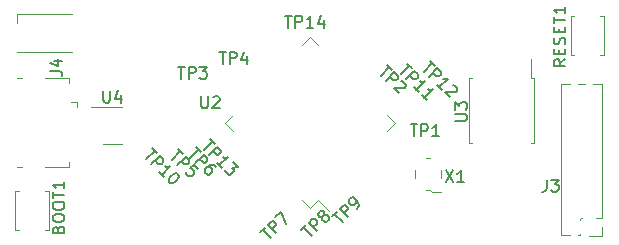
<source format=gbr>
%TF.GenerationSoftware,KiCad,Pcbnew,7.0.2*%
%TF.CreationDate,2023-05-12T00:45:21-04:00*%
%TF.ProjectId,H503-0.2,48353033-2d30-42e3-922e-6b696361645f,rev?*%
%TF.SameCoordinates,Original*%
%TF.FileFunction,Legend,Top*%
%TF.FilePolarity,Positive*%
%FSLAX46Y46*%
G04 Gerber Fmt 4.6, Leading zero omitted, Abs format (unit mm)*
G04 Created by KiCad (PCBNEW 7.0.2) date 2023-05-12 00:45:21*
%MOMM*%
%LPD*%
G01*
G04 APERTURE LIST*
%ADD10C,0.150000*%
%ADD11C,0.120000*%
G04 APERTURE END LIST*
D10*
%TO.C,X1*%
X102910476Y-59892619D02*
X103577142Y-60892619D01*
X103577142Y-59892619D02*
X102910476Y-60892619D01*
X104481904Y-60892619D02*
X103910476Y-60892619D01*
X104196190Y-60892619D02*
X104196190Y-59892619D01*
X104196190Y-59892619D02*
X104100952Y-60035476D01*
X104100952Y-60035476D02*
X104005714Y-60130714D01*
X104005714Y-60130714D02*
X103910476Y-60178333D01*
%TO.C,TP1*%
X99948095Y-56012619D02*
X100519523Y-56012619D01*
X100233809Y-57012619D02*
X100233809Y-56012619D01*
X100852857Y-57012619D02*
X100852857Y-56012619D01*
X100852857Y-56012619D02*
X101233809Y-56012619D01*
X101233809Y-56012619D02*
X101329047Y-56060238D01*
X101329047Y-56060238D02*
X101376666Y-56107857D01*
X101376666Y-56107857D02*
X101424285Y-56203095D01*
X101424285Y-56203095D02*
X101424285Y-56345952D01*
X101424285Y-56345952D02*
X101376666Y-56441190D01*
X101376666Y-56441190D02*
X101329047Y-56488809D01*
X101329047Y-56488809D02*
X101233809Y-56536428D01*
X101233809Y-56536428D02*
X100852857Y-56536428D01*
X102376666Y-57012619D02*
X101805238Y-57012619D01*
X102090952Y-57012619D02*
X102090952Y-56012619D01*
X102090952Y-56012619D02*
X101995714Y-56155476D01*
X101995714Y-56155476D02*
X101900476Y-56250714D01*
X101900476Y-56250714D02*
X101805238Y-56298333D01*
%TO.C,TP3*%
X80268095Y-51142619D02*
X80839523Y-51142619D01*
X80553809Y-52142619D02*
X80553809Y-51142619D01*
X81172857Y-52142619D02*
X81172857Y-51142619D01*
X81172857Y-51142619D02*
X81553809Y-51142619D01*
X81553809Y-51142619D02*
X81649047Y-51190238D01*
X81649047Y-51190238D02*
X81696666Y-51237857D01*
X81696666Y-51237857D02*
X81744285Y-51333095D01*
X81744285Y-51333095D02*
X81744285Y-51475952D01*
X81744285Y-51475952D02*
X81696666Y-51571190D01*
X81696666Y-51571190D02*
X81649047Y-51618809D01*
X81649047Y-51618809D02*
X81553809Y-51666428D01*
X81553809Y-51666428D02*
X81172857Y-51666428D01*
X82077619Y-51142619D02*
X82696666Y-51142619D01*
X82696666Y-51142619D02*
X82363333Y-51523571D01*
X82363333Y-51523571D02*
X82506190Y-51523571D01*
X82506190Y-51523571D02*
X82601428Y-51571190D01*
X82601428Y-51571190D02*
X82649047Y-51618809D01*
X82649047Y-51618809D02*
X82696666Y-51714047D01*
X82696666Y-51714047D02*
X82696666Y-51952142D01*
X82696666Y-51952142D02*
X82649047Y-52047380D01*
X82649047Y-52047380D02*
X82601428Y-52095000D01*
X82601428Y-52095000D02*
X82506190Y-52142619D01*
X82506190Y-52142619D02*
X82220476Y-52142619D01*
X82220476Y-52142619D02*
X82125238Y-52095000D01*
X82125238Y-52095000D02*
X82077619Y-52047380D01*
%TO.C,BOOT1*%
X70119009Y-64901533D02*
X70166628Y-64758676D01*
X70166628Y-64758676D02*
X70214247Y-64711057D01*
X70214247Y-64711057D02*
X70309485Y-64663438D01*
X70309485Y-64663438D02*
X70452342Y-64663438D01*
X70452342Y-64663438D02*
X70547580Y-64711057D01*
X70547580Y-64711057D02*
X70595200Y-64758676D01*
X70595200Y-64758676D02*
X70642819Y-64853914D01*
X70642819Y-64853914D02*
X70642819Y-65234866D01*
X70642819Y-65234866D02*
X69642819Y-65234866D01*
X69642819Y-65234866D02*
X69642819Y-64901533D01*
X69642819Y-64901533D02*
X69690438Y-64806295D01*
X69690438Y-64806295D02*
X69738057Y-64758676D01*
X69738057Y-64758676D02*
X69833295Y-64711057D01*
X69833295Y-64711057D02*
X69928533Y-64711057D01*
X69928533Y-64711057D02*
X70023771Y-64758676D01*
X70023771Y-64758676D02*
X70071390Y-64806295D01*
X70071390Y-64806295D02*
X70119009Y-64901533D01*
X70119009Y-64901533D02*
X70119009Y-65234866D01*
X69642819Y-64044390D02*
X69642819Y-63853914D01*
X69642819Y-63853914D02*
X69690438Y-63758676D01*
X69690438Y-63758676D02*
X69785676Y-63663438D01*
X69785676Y-63663438D02*
X69976152Y-63615819D01*
X69976152Y-63615819D02*
X70309485Y-63615819D01*
X70309485Y-63615819D02*
X70499961Y-63663438D01*
X70499961Y-63663438D02*
X70595200Y-63758676D01*
X70595200Y-63758676D02*
X70642819Y-63853914D01*
X70642819Y-63853914D02*
X70642819Y-64044390D01*
X70642819Y-64044390D02*
X70595200Y-64139628D01*
X70595200Y-64139628D02*
X70499961Y-64234866D01*
X70499961Y-64234866D02*
X70309485Y-64282485D01*
X70309485Y-64282485D02*
X69976152Y-64282485D01*
X69976152Y-64282485D02*
X69785676Y-64234866D01*
X69785676Y-64234866D02*
X69690438Y-64139628D01*
X69690438Y-64139628D02*
X69642819Y-64044390D01*
X69642819Y-62996771D02*
X69642819Y-62806295D01*
X69642819Y-62806295D02*
X69690438Y-62711057D01*
X69690438Y-62711057D02*
X69785676Y-62615819D01*
X69785676Y-62615819D02*
X69976152Y-62568200D01*
X69976152Y-62568200D02*
X70309485Y-62568200D01*
X70309485Y-62568200D02*
X70499961Y-62615819D01*
X70499961Y-62615819D02*
X70595200Y-62711057D01*
X70595200Y-62711057D02*
X70642819Y-62806295D01*
X70642819Y-62806295D02*
X70642819Y-62996771D01*
X70642819Y-62996771D02*
X70595200Y-63092009D01*
X70595200Y-63092009D02*
X70499961Y-63187247D01*
X70499961Y-63187247D02*
X70309485Y-63234866D01*
X70309485Y-63234866D02*
X69976152Y-63234866D01*
X69976152Y-63234866D02*
X69785676Y-63187247D01*
X69785676Y-63187247D02*
X69690438Y-63092009D01*
X69690438Y-63092009D02*
X69642819Y-62996771D01*
X69642819Y-62282485D02*
X69642819Y-61711057D01*
X70642819Y-61996771D02*
X69642819Y-61996771D01*
X70642819Y-60853914D02*
X70642819Y-61425342D01*
X70642819Y-61139628D02*
X69642819Y-61139628D01*
X69642819Y-61139628D02*
X69785676Y-61234866D01*
X69785676Y-61234866D02*
X69880914Y-61330104D01*
X69880914Y-61330104D02*
X69928533Y-61425342D01*
%TO.C,J3*%
X111477466Y-60702019D02*
X111477466Y-61416304D01*
X111477466Y-61416304D02*
X111429847Y-61559161D01*
X111429847Y-61559161D02*
X111334609Y-61654400D01*
X111334609Y-61654400D02*
X111191752Y-61702019D01*
X111191752Y-61702019D02*
X111096514Y-61702019D01*
X111858419Y-60702019D02*
X112477466Y-60702019D01*
X112477466Y-60702019D02*
X112144133Y-61082971D01*
X112144133Y-61082971D02*
X112286990Y-61082971D01*
X112286990Y-61082971D02*
X112382228Y-61130590D01*
X112382228Y-61130590D02*
X112429847Y-61178209D01*
X112429847Y-61178209D02*
X112477466Y-61273447D01*
X112477466Y-61273447D02*
X112477466Y-61511542D01*
X112477466Y-61511542D02*
X112429847Y-61606780D01*
X112429847Y-61606780D02*
X112382228Y-61654400D01*
X112382228Y-61654400D02*
X112286990Y-61702019D01*
X112286990Y-61702019D02*
X112001276Y-61702019D01*
X112001276Y-61702019D02*
X111906038Y-61654400D01*
X111906038Y-61654400D02*
X111858419Y-61606780D01*
%TO.C,TP7*%
X87227712Y-65152315D02*
X87631773Y-64748254D01*
X88136850Y-65657392D02*
X87429743Y-64950285D01*
X88574582Y-65219659D02*
X87867476Y-64512552D01*
X87867476Y-64512552D02*
X88136850Y-64243178D01*
X88136850Y-64243178D02*
X88237865Y-64209506D01*
X88237865Y-64209506D02*
X88305208Y-64209506D01*
X88305208Y-64209506D02*
X88406224Y-64243178D01*
X88406224Y-64243178D02*
X88507239Y-64344193D01*
X88507239Y-64344193D02*
X88540911Y-64445208D01*
X88540911Y-64445208D02*
X88540911Y-64512552D01*
X88540911Y-64512552D02*
X88507239Y-64613567D01*
X88507239Y-64613567D02*
X88237865Y-64882941D01*
X88507239Y-63872789D02*
X88978644Y-63401384D01*
X88978644Y-63401384D02*
X89382705Y-64411537D01*
%TO.C,TP14*%
X89301705Y-46824219D02*
X89873133Y-46824219D01*
X89587419Y-47824219D02*
X89587419Y-46824219D01*
X90206467Y-47824219D02*
X90206467Y-46824219D01*
X90206467Y-46824219D02*
X90587419Y-46824219D01*
X90587419Y-46824219D02*
X90682657Y-46871838D01*
X90682657Y-46871838D02*
X90730276Y-46919457D01*
X90730276Y-46919457D02*
X90777895Y-47014695D01*
X90777895Y-47014695D02*
X90777895Y-47157552D01*
X90777895Y-47157552D02*
X90730276Y-47252790D01*
X90730276Y-47252790D02*
X90682657Y-47300409D01*
X90682657Y-47300409D02*
X90587419Y-47348028D01*
X90587419Y-47348028D02*
X90206467Y-47348028D01*
X91730276Y-47824219D02*
X91158848Y-47824219D01*
X91444562Y-47824219D02*
X91444562Y-46824219D01*
X91444562Y-46824219D02*
X91349324Y-46967076D01*
X91349324Y-46967076D02*
X91254086Y-47062314D01*
X91254086Y-47062314D02*
X91158848Y-47109933D01*
X92587419Y-47157552D02*
X92587419Y-47824219D01*
X92349324Y-46776600D02*
X92111229Y-47490885D01*
X92111229Y-47490885D02*
X92730276Y-47490885D01*
%TO.C,U4*%
X73938095Y-53162619D02*
X73938095Y-53972142D01*
X73938095Y-53972142D02*
X73985714Y-54067380D01*
X73985714Y-54067380D02*
X74033333Y-54115000D01*
X74033333Y-54115000D02*
X74128571Y-54162619D01*
X74128571Y-54162619D02*
X74319047Y-54162619D01*
X74319047Y-54162619D02*
X74414285Y-54115000D01*
X74414285Y-54115000D02*
X74461904Y-54067380D01*
X74461904Y-54067380D02*
X74509523Y-53972142D01*
X74509523Y-53972142D02*
X74509523Y-53162619D01*
X75414285Y-53495952D02*
X75414285Y-54162619D01*
X75176190Y-53115000D02*
X74938095Y-53829285D01*
X74938095Y-53829285D02*
X75557142Y-53829285D01*
%TO.C,TP9*%
X93302712Y-63812315D02*
X93706773Y-63408254D01*
X94211850Y-64317392D02*
X93504743Y-63610285D01*
X94649582Y-63879659D02*
X93942476Y-63172552D01*
X93942476Y-63172552D02*
X94211850Y-62903178D01*
X94211850Y-62903178D02*
X94312865Y-62869506D01*
X94312865Y-62869506D02*
X94380208Y-62869506D01*
X94380208Y-62869506D02*
X94481224Y-62903178D01*
X94481224Y-62903178D02*
X94582239Y-63004193D01*
X94582239Y-63004193D02*
X94615911Y-63105208D01*
X94615911Y-63105208D02*
X94615911Y-63172552D01*
X94615911Y-63172552D02*
X94582239Y-63273567D01*
X94582239Y-63273567D02*
X94312865Y-63542941D01*
X95390361Y-63138880D02*
X95525048Y-63004193D01*
X95525048Y-63004193D02*
X95558720Y-62903178D01*
X95558720Y-62903178D02*
X95558720Y-62835834D01*
X95558720Y-62835834D02*
X95525048Y-62667476D01*
X95525048Y-62667476D02*
X95424033Y-62499117D01*
X95424033Y-62499117D02*
X95154659Y-62229743D01*
X95154659Y-62229743D02*
X95053644Y-62196071D01*
X95053644Y-62196071D02*
X94986300Y-62196071D01*
X94986300Y-62196071D02*
X94885285Y-62229743D01*
X94885285Y-62229743D02*
X94750598Y-62364430D01*
X94750598Y-62364430D02*
X94716926Y-62465445D01*
X94716926Y-62465445D02*
X94716926Y-62532789D01*
X94716926Y-62532789D02*
X94750598Y-62633804D01*
X94750598Y-62633804D02*
X94918957Y-62802163D01*
X94918957Y-62802163D02*
X95019972Y-62835834D01*
X95019972Y-62835834D02*
X95087315Y-62835834D01*
X95087315Y-62835834D02*
X95188331Y-62802163D01*
X95188331Y-62802163D02*
X95323018Y-62667476D01*
X95323018Y-62667476D02*
X95356689Y-62566460D01*
X95356689Y-62566460D02*
X95356689Y-62499117D01*
X95356689Y-62499117D02*
X95323018Y-62398102D01*
%TO.C,J4*%
X69465019Y-51514333D02*
X70179304Y-51514333D01*
X70179304Y-51514333D02*
X70322161Y-51561952D01*
X70322161Y-51561952D02*
X70417400Y-51657190D01*
X70417400Y-51657190D02*
X70465019Y-51800047D01*
X70465019Y-51800047D02*
X70465019Y-51895285D01*
X69798352Y-50609571D02*
X70465019Y-50609571D01*
X69417400Y-50847666D02*
X70131685Y-51085761D01*
X70131685Y-51085761D02*
X70131685Y-50466714D01*
%TO.C,TP6*%
X81807684Y-57937712D02*
X82211745Y-58341773D01*
X81302607Y-58846850D02*
X82009714Y-58139743D01*
X81740340Y-59284582D02*
X82447447Y-58577476D01*
X82447447Y-58577476D02*
X82716821Y-58846850D01*
X82716821Y-58846850D02*
X82750493Y-58947865D01*
X82750493Y-58947865D02*
X82750493Y-59015208D01*
X82750493Y-59015208D02*
X82716821Y-59116224D01*
X82716821Y-59116224D02*
X82615806Y-59217239D01*
X82615806Y-59217239D02*
X82514791Y-59250911D01*
X82514791Y-59250911D02*
X82447447Y-59250911D01*
X82447447Y-59250911D02*
X82346432Y-59217239D01*
X82346432Y-59217239D02*
X82077058Y-58947865D01*
X83457600Y-59587628D02*
X83322913Y-59452941D01*
X83322913Y-59452941D02*
X83221897Y-59419270D01*
X83221897Y-59419270D02*
X83154554Y-59419270D01*
X83154554Y-59419270D02*
X82986195Y-59452941D01*
X82986195Y-59452941D02*
X82817836Y-59553957D01*
X82817836Y-59553957D02*
X82548462Y-59823331D01*
X82548462Y-59823331D02*
X82514791Y-59924346D01*
X82514791Y-59924346D02*
X82514791Y-59991689D01*
X82514791Y-59991689D02*
X82548462Y-60092705D01*
X82548462Y-60092705D02*
X82683149Y-60227392D01*
X82683149Y-60227392D02*
X82784165Y-60261063D01*
X82784165Y-60261063D02*
X82851508Y-60261063D01*
X82851508Y-60261063D02*
X82952523Y-60227392D01*
X82952523Y-60227392D02*
X83120882Y-60059033D01*
X83120882Y-60059033D02*
X83154554Y-59958018D01*
X83154554Y-59958018D02*
X83154554Y-59890674D01*
X83154554Y-59890674D02*
X83120882Y-59789659D01*
X83120882Y-59789659D02*
X82986195Y-59654972D01*
X82986195Y-59654972D02*
X82885180Y-59621300D01*
X82885180Y-59621300D02*
X82817836Y-59621300D01*
X82817836Y-59621300D02*
X82716821Y-59654972D01*
%TO.C,RESET1*%
X113060819Y-50518771D02*
X112584628Y-50852104D01*
X113060819Y-51090199D02*
X112060819Y-51090199D01*
X112060819Y-51090199D02*
X112060819Y-50709247D01*
X112060819Y-50709247D02*
X112108438Y-50614009D01*
X112108438Y-50614009D02*
X112156057Y-50566390D01*
X112156057Y-50566390D02*
X112251295Y-50518771D01*
X112251295Y-50518771D02*
X112394152Y-50518771D01*
X112394152Y-50518771D02*
X112489390Y-50566390D01*
X112489390Y-50566390D02*
X112537009Y-50614009D01*
X112537009Y-50614009D02*
X112584628Y-50709247D01*
X112584628Y-50709247D02*
X112584628Y-51090199D01*
X112537009Y-50090199D02*
X112537009Y-49756866D01*
X113060819Y-49614009D02*
X113060819Y-50090199D01*
X113060819Y-50090199D02*
X112060819Y-50090199D01*
X112060819Y-50090199D02*
X112060819Y-49614009D01*
X113013200Y-49233056D02*
X113060819Y-49090199D01*
X113060819Y-49090199D02*
X113060819Y-48852104D01*
X113060819Y-48852104D02*
X113013200Y-48756866D01*
X113013200Y-48756866D02*
X112965580Y-48709247D01*
X112965580Y-48709247D02*
X112870342Y-48661628D01*
X112870342Y-48661628D02*
X112775104Y-48661628D01*
X112775104Y-48661628D02*
X112679866Y-48709247D01*
X112679866Y-48709247D02*
X112632247Y-48756866D01*
X112632247Y-48756866D02*
X112584628Y-48852104D01*
X112584628Y-48852104D02*
X112537009Y-49042580D01*
X112537009Y-49042580D02*
X112489390Y-49137818D01*
X112489390Y-49137818D02*
X112441771Y-49185437D01*
X112441771Y-49185437D02*
X112346533Y-49233056D01*
X112346533Y-49233056D02*
X112251295Y-49233056D01*
X112251295Y-49233056D02*
X112156057Y-49185437D01*
X112156057Y-49185437D02*
X112108438Y-49137818D01*
X112108438Y-49137818D02*
X112060819Y-49042580D01*
X112060819Y-49042580D02*
X112060819Y-48804485D01*
X112060819Y-48804485D02*
X112108438Y-48661628D01*
X112537009Y-48233056D02*
X112537009Y-47899723D01*
X113060819Y-47756866D02*
X113060819Y-48233056D01*
X113060819Y-48233056D02*
X112060819Y-48233056D01*
X112060819Y-48233056D02*
X112060819Y-47756866D01*
X112060819Y-47471151D02*
X112060819Y-46899723D01*
X113060819Y-47185437D02*
X112060819Y-47185437D01*
X113060819Y-46042580D02*
X113060819Y-46614008D01*
X113060819Y-46328294D02*
X112060819Y-46328294D01*
X112060819Y-46328294D02*
X112203676Y-46423532D01*
X112203676Y-46423532D02*
X112298914Y-46518770D01*
X112298914Y-46518770D02*
X112346533Y-46614008D01*
%TO.C,TP11*%
X99633367Y-50867395D02*
X100037428Y-51271456D01*
X99128290Y-51776532D02*
X99835397Y-51069426D01*
X99566023Y-52214265D02*
X100273130Y-51507159D01*
X100273130Y-51507159D02*
X100542504Y-51776533D01*
X100542504Y-51776533D02*
X100576176Y-51877548D01*
X100576176Y-51877548D02*
X100576176Y-51944891D01*
X100576176Y-51944891D02*
X100542504Y-52045907D01*
X100542504Y-52045907D02*
X100441489Y-52146922D01*
X100441489Y-52146922D02*
X100340473Y-52180594D01*
X100340473Y-52180594D02*
X100273130Y-52180594D01*
X100273130Y-52180594D02*
X100172115Y-52146922D01*
X100172115Y-52146922D02*
X99902741Y-51877548D01*
X100643519Y-53291761D02*
X100239458Y-52887700D01*
X100441489Y-53089731D02*
X101148596Y-52382624D01*
X101148596Y-52382624D02*
X100980237Y-52416296D01*
X100980237Y-52416296D02*
X100845550Y-52416296D01*
X100845550Y-52416296D02*
X100744534Y-52382624D01*
X101316954Y-53965196D02*
X100912893Y-53561135D01*
X101114924Y-53763166D02*
X101822031Y-53056059D01*
X101822031Y-53056059D02*
X101653672Y-53089731D01*
X101653672Y-53089731D02*
X101518985Y-53089731D01*
X101518985Y-53089731D02*
X101417970Y-53056059D01*
%TO.C,U2*%
X82219895Y-53640819D02*
X82219895Y-54450342D01*
X82219895Y-54450342D02*
X82267514Y-54545580D01*
X82267514Y-54545580D02*
X82315133Y-54593200D01*
X82315133Y-54593200D02*
X82410371Y-54640819D01*
X82410371Y-54640819D02*
X82600847Y-54640819D01*
X82600847Y-54640819D02*
X82696085Y-54593200D01*
X82696085Y-54593200D02*
X82743704Y-54545580D01*
X82743704Y-54545580D02*
X82791323Y-54450342D01*
X82791323Y-54450342D02*
X82791323Y-53640819D01*
X83219895Y-53736057D02*
X83267514Y-53688438D01*
X83267514Y-53688438D02*
X83362752Y-53640819D01*
X83362752Y-53640819D02*
X83600847Y-53640819D01*
X83600847Y-53640819D02*
X83696085Y-53688438D01*
X83696085Y-53688438D02*
X83743704Y-53736057D01*
X83743704Y-53736057D02*
X83791323Y-53831295D01*
X83791323Y-53831295D02*
X83791323Y-53926533D01*
X83791323Y-53926533D02*
X83743704Y-54069390D01*
X83743704Y-54069390D02*
X83172276Y-54640819D01*
X83172276Y-54640819D02*
X83791323Y-54640819D01*
%TO.C,TP5*%
X80267684Y-58097712D02*
X80671745Y-58501773D01*
X79762607Y-59006850D02*
X80469714Y-58299743D01*
X80200340Y-59444582D02*
X80907447Y-58737476D01*
X80907447Y-58737476D02*
X81176821Y-59006850D01*
X81176821Y-59006850D02*
X81210493Y-59107865D01*
X81210493Y-59107865D02*
X81210493Y-59175208D01*
X81210493Y-59175208D02*
X81176821Y-59276224D01*
X81176821Y-59276224D02*
X81075806Y-59377239D01*
X81075806Y-59377239D02*
X80974791Y-59410911D01*
X80974791Y-59410911D02*
X80907447Y-59410911D01*
X80907447Y-59410911D02*
X80806432Y-59377239D01*
X80806432Y-59377239D02*
X80537058Y-59107865D01*
X81951271Y-59781300D02*
X81614554Y-59444582D01*
X81614554Y-59444582D02*
X81244165Y-59747628D01*
X81244165Y-59747628D02*
X81311508Y-59747628D01*
X81311508Y-59747628D02*
X81412523Y-59781300D01*
X81412523Y-59781300D02*
X81580882Y-59949659D01*
X81580882Y-59949659D02*
X81614554Y-60050674D01*
X81614554Y-60050674D02*
X81614554Y-60118018D01*
X81614554Y-60118018D02*
X81580882Y-60219033D01*
X81580882Y-60219033D02*
X81412523Y-60387392D01*
X81412523Y-60387392D02*
X81311508Y-60421063D01*
X81311508Y-60421063D02*
X81244165Y-60421063D01*
X81244165Y-60421063D02*
X81143149Y-60387392D01*
X81143149Y-60387392D02*
X80974791Y-60219033D01*
X80974791Y-60219033D02*
X80941119Y-60118018D01*
X80941119Y-60118018D02*
X80941119Y-60050674D01*
%TO.C,TP8*%
X90717712Y-64962315D02*
X91121773Y-64558254D01*
X91626850Y-65467392D02*
X90919743Y-64760285D01*
X92064582Y-65029659D02*
X91357476Y-64322552D01*
X91357476Y-64322552D02*
X91626850Y-64053178D01*
X91626850Y-64053178D02*
X91727865Y-64019506D01*
X91727865Y-64019506D02*
X91795208Y-64019506D01*
X91795208Y-64019506D02*
X91896224Y-64053178D01*
X91896224Y-64053178D02*
X91997239Y-64154193D01*
X91997239Y-64154193D02*
X92030911Y-64255208D01*
X92030911Y-64255208D02*
X92030911Y-64322552D01*
X92030911Y-64322552D02*
X91997239Y-64423567D01*
X91997239Y-64423567D02*
X91727865Y-64692941D01*
X92468644Y-63817476D02*
X92367628Y-63851147D01*
X92367628Y-63851147D02*
X92300285Y-63851147D01*
X92300285Y-63851147D02*
X92199270Y-63817476D01*
X92199270Y-63817476D02*
X92165598Y-63783804D01*
X92165598Y-63783804D02*
X92131926Y-63682789D01*
X92131926Y-63682789D02*
X92131926Y-63615445D01*
X92131926Y-63615445D02*
X92165598Y-63514430D01*
X92165598Y-63514430D02*
X92300285Y-63379743D01*
X92300285Y-63379743D02*
X92401300Y-63346071D01*
X92401300Y-63346071D02*
X92468644Y-63346071D01*
X92468644Y-63346071D02*
X92569659Y-63379743D01*
X92569659Y-63379743D02*
X92603331Y-63413415D01*
X92603331Y-63413415D02*
X92637002Y-63514430D01*
X92637002Y-63514430D02*
X92637002Y-63581773D01*
X92637002Y-63581773D02*
X92603331Y-63682789D01*
X92603331Y-63682789D02*
X92468644Y-63817476D01*
X92468644Y-63817476D02*
X92434972Y-63918491D01*
X92434972Y-63918491D02*
X92434972Y-63985834D01*
X92434972Y-63985834D02*
X92468644Y-64086850D01*
X92468644Y-64086850D02*
X92603331Y-64221537D01*
X92603331Y-64221537D02*
X92704346Y-64255208D01*
X92704346Y-64255208D02*
X92771689Y-64255208D01*
X92771689Y-64255208D02*
X92872705Y-64221537D01*
X92872705Y-64221537D02*
X93007392Y-64086850D01*
X93007392Y-64086850D02*
X93041063Y-63985834D01*
X93041063Y-63985834D02*
X93041063Y-63918491D01*
X93041063Y-63918491D02*
X93007392Y-63817476D01*
X93007392Y-63817476D02*
X92872705Y-63682789D01*
X92872705Y-63682789D02*
X92771689Y-63649117D01*
X92771689Y-63649117D02*
X92704346Y-63649117D01*
X92704346Y-63649117D02*
X92603331Y-63682789D01*
%TO.C,U3*%
X103712619Y-55711904D02*
X104522142Y-55711904D01*
X104522142Y-55711904D02*
X104617380Y-55664285D01*
X104617380Y-55664285D02*
X104665000Y-55616666D01*
X104665000Y-55616666D02*
X104712619Y-55521428D01*
X104712619Y-55521428D02*
X104712619Y-55330952D01*
X104712619Y-55330952D02*
X104665000Y-55235714D01*
X104665000Y-55235714D02*
X104617380Y-55188095D01*
X104617380Y-55188095D02*
X104522142Y-55140476D01*
X104522142Y-55140476D02*
X103712619Y-55140476D01*
X103712619Y-54759523D02*
X103712619Y-54140476D01*
X103712619Y-54140476D02*
X104093571Y-54473809D01*
X104093571Y-54473809D02*
X104093571Y-54330952D01*
X104093571Y-54330952D02*
X104141190Y-54235714D01*
X104141190Y-54235714D02*
X104188809Y-54188095D01*
X104188809Y-54188095D02*
X104284047Y-54140476D01*
X104284047Y-54140476D02*
X104522142Y-54140476D01*
X104522142Y-54140476D02*
X104617380Y-54188095D01*
X104617380Y-54188095D02*
X104665000Y-54235714D01*
X104665000Y-54235714D02*
X104712619Y-54330952D01*
X104712619Y-54330952D02*
X104712619Y-54616666D01*
X104712619Y-54616666D02*
X104665000Y-54711904D01*
X104665000Y-54711904D02*
X104617380Y-54759523D01*
%TO.C,TP12*%
X101589167Y-50638795D02*
X101993228Y-51042856D01*
X101084090Y-51547932D02*
X101791197Y-50840826D01*
X101521823Y-51985665D02*
X102228930Y-51278559D01*
X102228930Y-51278559D02*
X102498304Y-51547933D01*
X102498304Y-51547933D02*
X102531976Y-51648948D01*
X102531976Y-51648948D02*
X102531976Y-51716291D01*
X102531976Y-51716291D02*
X102498304Y-51817307D01*
X102498304Y-51817307D02*
X102397289Y-51918322D01*
X102397289Y-51918322D02*
X102296273Y-51951994D01*
X102296273Y-51951994D02*
X102228930Y-51951994D01*
X102228930Y-51951994D02*
X102127915Y-51918322D01*
X102127915Y-51918322D02*
X101858541Y-51648948D01*
X102599319Y-53063161D02*
X102195258Y-52659100D01*
X102397289Y-52861131D02*
X103104396Y-52154024D01*
X103104396Y-52154024D02*
X102936037Y-52187696D01*
X102936037Y-52187696D02*
X102801350Y-52187696D01*
X102801350Y-52187696D02*
X102700334Y-52154024D01*
X103508457Y-52692772D02*
X103575800Y-52692772D01*
X103575800Y-52692772D02*
X103676815Y-52726444D01*
X103676815Y-52726444D02*
X103845174Y-52894803D01*
X103845174Y-52894803D02*
X103878846Y-52995818D01*
X103878846Y-52995818D02*
X103878846Y-53063161D01*
X103878846Y-53063161D02*
X103845174Y-53164177D01*
X103845174Y-53164177D02*
X103777831Y-53231520D01*
X103777831Y-53231520D02*
X103643144Y-53298864D01*
X103643144Y-53298864D02*
X102835022Y-53298864D01*
X102835022Y-53298864D02*
X103272754Y-53736596D01*
%TO.C,TP4*%
X83748095Y-49902619D02*
X84319523Y-49902619D01*
X84033809Y-50902619D02*
X84033809Y-49902619D01*
X84652857Y-50902619D02*
X84652857Y-49902619D01*
X84652857Y-49902619D02*
X85033809Y-49902619D01*
X85033809Y-49902619D02*
X85129047Y-49950238D01*
X85129047Y-49950238D02*
X85176666Y-49997857D01*
X85176666Y-49997857D02*
X85224285Y-50093095D01*
X85224285Y-50093095D02*
X85224285Y-50235952D01*
X85224285Y-50235952D02*
X85176666Y-50331190D01*
X85176666Y-50331190D02*
X85129047Y-50378809D01*
X85129047Y-50378809D02*
X85033809Y-50426428D01*
X85033809Y-50426428D02*
X84652857Y-50426428D01*
X86081428Y-50235952D02*
X86081428Y-50902619D01*
X85843333Y-49855000D02*
X85605238Y-50569285D01*
X85605238Y-50569285D02*
X86224285Y-50569285D01*
%TO.C,TP13*%
X82950967Y-57270995D02*
X83355028Y-57675056D01*
X82445890Y-58180132D02*
X83152997Y-57473026D01*
X82883623Y-58617865D02*
X83590730Y-57910759D01*
X83590730Y-57910759D02*
X83860104Y-58180133D01*
X83860104Y-58180133D02*
X83893776Y-58281148D01*
X83893776Y-58281148D02*
X83893776Y-58348491D01*
X83893776Y-58348491D02*
X83860104Y-58449507D01*
X83860104Y-58449507D02*
X83759089Y-58550522D01*
X83759089Y-58550522D02*
X83658073Y-58584194D01*
X83658073Y-58584194D02*
X83590730Y-58584194D01*
X83590730Y-58584194D02*
X83489715Y-58550522D01*
X83489715Y-58550522D02*
X83220341Y-58281148D01*
X83961119Y-59695361D02*
X83557058Y-59291300D01*
X83759089Y-59493331D02*
X84466196Y-58786224D01*
X84466196Y-58786224D02*
X84297837Y-58819896D01*
X84297837Y-58819896D02*
X84163150Y-58819896D01*
X84163150Y-58819896D02*
X84062134Y-58786224D01*
X84903928Y-59223957D02*
X85341661Y-59661690D01*
X85341661Y-59661690D02*
X84836585Y-59695361D01*
X84836585Y-59695361D02*
X84937600Y-59796377D01*
X84937600Y-59796377D02*
X84971272Y-59897392D01*
X84971272Y-59897392D02*
X84971272Y-59964735D01*
X84971272Y-59964735D02*
X84937600Y-60065751D01*
X84937600Y-60065751D02*
X84769241Y-60234109D01*
X84769241Y-60234109D02*
X84668226Y-60267781D01*
X84668226Y-60267781D02*
X84600883Y-60267781D01*
X84600883Y-60267781D02*
X84499867Y-60234109D01*
X84499867Y-60234109D02*
X84297837Y-60032079D01*
X84297837Y-60032079D02*
X84264165Y-59931064D01*
X84264165Y-59931064D02*
X84264165Y-59863720D01*
%TO.C,TP2*%
X97938084Y-50975512D02*
X98342145Y-51379573D01*
X97433007Y-51884650D02*
X98140114Y-51177543D01*
X97870740Y-52322382D02*
X98577847Y-51615276D01*
X98577847Y-51615276D02*
X98847221Y-51884650D01*
X98847221Y-51884650D02*
X98880893Y-51985665D01*
X98880893Y-51985665D02*
X98880893Y-52053008D01*
X98880893Y-52053008D02*
X98847221Y-52154024D01*
X98847221Y-52154024D02*
X98746206Y-52255039D01*
X98746206Y-52255039D02*
X98645191Y-52288711D01*
X98645191Y-52288711D02*
X98577847Y-52288711D01*
X98577847Y-52288711D02*
X98476832Y-52255039D01*
X98476832Y-52255039D02*
X98207458Y-51985665D01*
X99183939Y-52356054D02*
X99251282Y-52356054D01*
X99251282Y-52356054D02*
X99352297Y-52389726D01*
X99352297Y-52389726D02*
X99520656Y-52558085D01*
X99520656Y-52558085D02*
X99554328Y-52659100D01*
X99554328Y-52659100D02*
X99554328Y-52726444D01*
X99554328Y-52726444D02*
X99520656Y-52827459D01*
X99520656Y-52827459D02*
X99453313Y-52894802D01*
X99453313Y-52894802D02*
X99318626Y-52962146D01*
X99318626Y-52962146D02*
X98510504Y-52962146D01*
X98510504Y-52962146D02*
X98948236Y-53399879D01*
%TO.C,TP10*%
X78070967Y-58050995D02*
X78475028Y-58455056D01*
X77565890Y-58960132D02*
X78272997Y-58253026D01*
X78003623Y-59397865D02*
X78710730Y-58690759D01*
X78710730Y-58690759D02*
X78980104Y-58960133D01*
X78980104Y-58960133D02*
X79013776Y-59061148D01*
X79013776Y-59061148D02*
X79013776Y-59128491D01*
X79013776Y-59128491D02*
X78980104Y-59229507D01*
X78980104Y-59229507D02*
X78879089Y-59330522D01*
X78879089Y-59330522D02*
X78778073Y-59364194D01*
X78778073Y-59364194D02*
X78710730Y-59364194D01*
X78710730Y-59364194D02*
X78609715Y-59330522D01*
X78609715Y-59330522D02*
X78340341Y-59061148D01*
X79081119Y-60475361D02*
X78677058Y-60071300D01*
X78879089Y-60273331D02*
X79586196Y-59566224D01*
X79586196Y-59566224D02*
X79417837Y-59599896D01*
X79417837Y-59599896D02*
X79283150Y-59599896D01*
X79283150Y-59599896D02*
X79182134Y-59566224D01*
X80225959Y-60205987D02*
X80293302Y-60273331D01*
X80293302Y-60273331D02*
X80326974Y-60374346D01*
X80326974Y-60374346D02*
X80326974Y-60441690D01*
X80326974Y-60441690D02*
X80293302Y-60542705D01*
X80293302Y-60542705D02*
X80192287Y-60711064D01*
X80192287Y-60711064D02*
X80023928Y-60879422D01*
X80023928Y-60879422D02*
X79855570Y-60980438D01*
X79855570Y-60980438D02*
X79754554Y-61014109D01*
X79754554Y-61014109D02*
X79687211Y-61014109D01*
X79687211Y-61014109D02*
X79586196Y-60980438D01*
X79586196Y-60980438D02*
X79518852Y-60913094D01*
X79518852Y-60913094D02*
X79485180Y-60812079D01*
X79485180Y-60812079D02*
X79485180Y-60744735D01*
X79485180Y-60744735D02*
X79518852Y-60643720D01*
X79518852Y-60643720D02*
X79619867Y-60475361D01*
X79619867Y-60475361D02*
X79788226Y-60307003D01*
X79788226Y-60307003D02*
X79956585Y-60205987D01*
X79956585Y-60205987D02*
X80057600Y-60172316D01*
X80057600Y-60172316D02*
X80124944Y-60172316D01*
X80124944Y-60172316D02*
X80225959Y-60205987D01*
D11*
%TO.C,X1*%
X102530000Y-59880000D02*
X102530000Y-60520000D01*
X101800000Y-61760000D02*
X102490000Y-61760000D01*
X101590000Y-58840000D02*
X101250000Y-58840000D01*
X101580000Y-61560000D02*
X101250000Y-61560000D01*
X100310000Y-59880000D02*
X100310000Y-60520000D01*
X101580000Y-61560000D02*
G75*
G03*
X101800000Y-61759999I310001J120002D01*
G01*
%TO.C,BOOT1*%
X66500000Y-64950000D02*
X66500000Y-61650000D01*
X66800000Y-64950000D02*
X66500000Y-64950000D01*
X69000000Y-64950000D02*
X69300000Y-64950000D01*
X69300000Y-64950000D02*
X69300000Y-61650000D01*
X66500000Y-61650000D02*
X66800000Y-61650000D01*
X69300000Y-61650000D02*
X69000000Y-61650000D01*
%TO.C,J3*%
X116192000Y-65453800D02*
X115062000Y-65453800D01*
X116192000Y-64693800D02*
X116192000Y-65453800D01*
X116192000Y-63933800D02*
X116192000Y-52568800D01*
X116192000Y-63933800D02*
X115625471Y-63933800D01*
X116192000Y-52568800D02*
X115369530Y-52568800D01*
X114754470Y-52568800D02*
X114099530Y-52568800D01*
X114498529Y-63933800D02*
X114355471Y-63933800D01*
X114302000Y-65388800D02*
X114099530Y-65388800D01*
X114302000Y-65257271D02*
X114302000Y-65388800D01*
X114302000Y-63987271D02*
X114302000Y-64130329D01*
X113484470Y-65388800D02*
X112662000Y-65388800D01*
X113484470Y-52568800D02*
X112662000Y-52568800D01*
X112662000Y-65388800D02*
X112662000Y-52568800D01*
%TO.C,U4*%
X74700000Y-54540000D02*
X72900000Y-54540000D01*
X74700000Y-54540000D02*
X75500000Y-54540000D01*
X74700000Y-57660000D02*
X73900000Y-57660000D01*
X74700000Y-57660000D02*
X75500000Y-57660000D01*
%TO.C,J4*%
X67052000Y-59600000D02*
X66652000Y-59600000D01*
X69022000Y-59600000D02*
X71002000Y-59600000D01*
X71002000Y-59600000D02*
X71002000Y-59180000D01*
X71682000Y-54530000D02*
X71682000Y-54080000D01*
X71232000Y-54080000D02*
X71682000Y-54080000D01*
X66652000Y-52080000D02*
X67052000Y-52080000D01*
X69022000Y-52080000D02*
X71002000Y-52080000D01*
X71002000Y-52080000D02*
X71002000Y-52500000D01*
%TO.C,RESET1*%
X116309600Y-46813200D02*
X116309600Y-50113200D01*
X116009600Y-46813200D02*
X116309600Y-46813200D01*
X113809600Y-46813200D02*
X113509600Y-46813200D01*
X113509600Y-46813200D02*
X113509600Y-50113200D01*
X116309600Y-50113200D02*
X116009600Y-50113200D01*
X113509600Y-50113200D02*
X113809600Y-50113200D01*
%TO.C,U2*%
X91440000Y-48653369D02*
X90768249Y-49325120D01*
X84213369Y-55880000D02*
X84885120Y-55208249D01*
X92111751Y-49325120D02*
X91440000Y-48653369D01*
X84885120Y-56551751D02*
X84213369Y-55880000D01*
X97994880Y-55208249D02*
X98666631Y-55880000D01*
X90768249Y-62434880D02*
X91440000Y-63106631D01*
X98666631Y-55880000D02*
X97994880Y-56551751D01*
X92111751Y-62434880D02*
X93059275Y-63382403D01*
X91440000Y-63106631D02*
X92111751Y-62434880D01*
%TO.C,U3*%
X110370000Y-52125000D02*
X110110000Y-52125000D01*
X110110000Y-52125000D02*
X110110000Y-50450000D01*
X104920000Y-52125000D02*
X105180000Y-52125000D01*
X110370000Y-54850000D02*
X110370000Y-52125000D01*
X110370000Y-54850000D02*
X110370000Y-57575000D01*
X104920000Y-54850000D02*
X104920000Y-52125000D01*
X104920000Y-54850000D02*
X104920000Y-57575000D01*
X110370000Y-57575000D02*
X110110000Y-57575000D01*
X104920000Y-57575000D02*
X105180000Y-57575000D01*
%TO.C,D1*%
X66637200Y-46660000D02*
X66637200Y-47460000D01*
X71287200Y-46660000D02*
X66637200Y-46660000D01*
X71287200Y-49860000D02*
X66637200Y-49860000D01*
%TD*%
M02*

</source>
